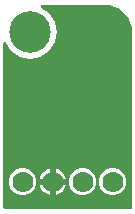
<source format=gbr>
G04 EAGLE Gerber RS-274X export*
G75*
%MOMM*%
%FSLAX34Y34*%
%LPD*%
%INBottom Copper*%
%IPPOS*%
%AMOC8*
5,1,8,0,0,1.08239X$1,22.5*%
G01*
%ADD10C,3.516000*%
%ADD11C,1.778000*%
%ADD12C,0.906400*%

G36*
X110608Y2556D02*
X110608Y2556D01*
X110727Y2563D01*
X110765Y2576D01*
X110806Y2581D01*
X110916Y2624D01*
X111029Y2661D01*
X111064Y2683D01*
X111101Y2698D01*
X111197Y2767D01*
X111298Y2831D01*
X111326Y2861D01*
X111359Y2884D01*
X111435Y2976D01*
X111516Y3063D01*
X111536Y3098D01*
X111561Y3129D01*
X111612Y3237D01*
X111670Y3341D01*
X111680Y3381D01*
X111697Y3417D01*
X111719Y3534D01*
X111749Y3649D01*
X111753Y3709D01*
X111757Y3729D01*
X111755Y3750D01*
X111759Y3810D01*
X111759Y152400D01*
X111757Y152422D01*
X111755Y152500D01*
X111490Y155877D01*
X111476Y155945D01*
X111471Y156014D01*
X111431Y156170D01*
X109344Y162594D01*
X109294Y162701D01*
X109250Y162812D01*
X109217Y162863D01*
X109209Y162882D01*
X109196Y162897D01*
X109164Y162948D01*
X105193Y168412D01*
X105112Y168499D01*
X105036Y168591D01*
X104990Y168629D01*
X104976Y168644D01*
X104958Y168655D01*
X104912Y168693D01*
X99448Y172664D01*
X99344Y172721D01*
X99244Y172785D01*
X99187Y172807D01*
X99169Y172817D01*
X99149Y172822D01*
X99094Y172844D01*
X92670Y174931D01*
X92602Y174944D01*
X92536Y174967D01*
X92377Y174990D01*
X89000Y175255D01*
X88978Y175254D01*
X88900Y175259D01*
X35404Y175259D01*
X35300Y175246D01*
X35196Y175242D01*
X35143Y175226D01*
X35089Y175219D01*
X34992Y175181D01*
X34891Y175151D01*
X34844Y175123D01*
X34793Y175102D01*
X34708Y175041D01*
X34619Y174987D01*
X34580Y174948D01*
X34535Y174916D01*
X34469Y174835D01*
X34396Y174761D01*
X34368Y174713D01*
X34333Y174671D01*
X34288Y174576D01*
X34236Y174486D01*
X34221Y174433D01*
X34197Y174383D01*
X34178Y174280D01*
X34149Y174180D01*
X34148Y174125D01*
X34137Y174071D01*
X34144Y173966D01*
X34141Y173862D01*
X34154Y173808D01*
X34157Y173753D01*
X34189Y173654D01*
X34213Y173552D01*
X34238Y173503D01*
X34255Y173451D01*
X34311Y173362D01*
X34359Y173270D01*
X34396Y173228D01*
X34425Y173182D01*
X34501Y173110D01*
X34571Y173032D01*
X34641Y172979D01*
X34657Y172964D01*
X34670Y172957D01*
X34699Y172935D01*
X41434Y168434D01*
X46350Y161078D01*
X48076Y152400D01*
X46350Y143722D01*
X41434Y136366D01*
X34078Y131450D01*
X25400Y129724D01*
X16722Y131450D01*
X9366Y136366D01*
X4865Y143101D01*
X4797Y143180D01*
X4736Y143265D01*
X4693Y143300D01*
X4657Y143341D01*
X4571Y143401D01*
X4491Y143467D01*
X4441Y143491D01*
X4395Y143522D01*
X4297Y143558D01*
X4203Y143603D01*
X4149Y143613D01*
X4097Y143632D01*
X3993Y143643D01*
X3890Y143663D01*
X3835Y143659D01*
X3781Y143665D01*
X3677Y143649D01*
X3573Y143643D01*
X3521Y143626D01*
X3466Y143618D01*
X3370Y143577D01*
X3271Y143545D01*
X3224Y143515D01*
X3173Y143494D01*
X3090Y143431D01*
X3002Y143375D01*
X2964Y143335D01*
X2920Y143301D01*
X2855Y143219D01*
X2784Y143143D01*
X2757Y143095D01*
X2723Y143052D01*
X2681Y142956D01*
X2630Y142865D01*
X2617Y142811D01*
X2594Y142761D01*
X2577Y142658D01*
X2551Y142557D01*
X2545Y142469D01*
X2542Y142447D01*
X2543Y142432D01*
X2541Y142396D01*
X2541Y3810D01*
X2556Y3692D01*
X2563Y3573D01*
X2576Y3535D01*
X2581Y3494D01*
X2624Y3384D01*
X2661Y3271D01*
X2683Y3236D01*
X2698Y3199D01*
X2767Y3103D01*
X2831Y3002D01*
X2861Y2974D01*
X2884Y2941D01*
X2976Y2865D01*
X3063Y2784D01*
X3098Y2764D01*
X3129Y2739D01*
X3237Y2688D01*
X3341Y2630D01*
X3381Y2620D01*
X3417Y2603D01*
X3534Y2581D01*
X3649Y2551D01*
X3709Y2547D01*
X3729Y2543D01*
X3750Y2545D01*
X3810Y2541D01*
X110490Y2541D01*
X110608Y2556D01*
G37*
%LPC*%
G36*
X92976Y13969D02*
X92976Y13969D01*
X88775Y15709D01*
X85559Y18925D01*
X83819Y23126D01*
X83819Y27674D01*
X85559Y31875D01*
X88775Y35091D01*
X92976Y36831D01*
X97524Y36831D01*
X101725Y35091D01*
X104941Y31875D01*
X106681Y27674D01*
X106681Y23126D01*
X104941Y18925D01*
X101725Y15709D01*
X97524Y13969D01*
X92976Y13969D01*
G37*
%LPD*%
%LPC*%
G36*
X67576Y13969D02*
X67576Y13969D01*
X63375Y15709D01*
X60159Y18925D01*
X58419Y23126D01*
X58419Y27674D01*
X60159Y31875D01*
X63375Y35091D01*
X67576Y36831D01*
X72124Y36831D01*
X76325Y35091D01*
X79541Y31875D01*
X81281Y27674D01*
X81281Y23126D01*
X79541Y18925D01*
X76325Y15709D01*
X72124Y13969D01*
X67576Y13969D01*
G37*
%LPD*%
%LPC*%
G36*
X16776Y13969D02*
X16776Y13969D01*
X12575Y15709D01*
X9359Y18925D01*
X7619Y23126D01*
X7619Y27674D01*
X9359Y31875D01*
X12575Y35091D01*
X16776Y36831D01*
X21324Y36831D01*
X25525Y35091D01*
X28741Y31875D01*
X30481Y27674D01*
X30481Y23126D01*
X28741Y18925D01*
X25525Y15709D01*
X21324Y13969D01*
X16776Y13969D01*
G37*
%LPD*%
%LPC*%
G36*
X46949Y27899D02*
X46949Y27899D01*
X46949Y36577D01*
X47127Y36549D01*
X48838Y35993D01*
X50441Y35177D01*
X51897Y34119D01*
X53169Y32847D01*
X54227Y31391D01*
X55043Y29788D01*
X55599Y28077D01*
X55627Y27899D01*
X46949Y27899D01*
G37*
%LPD*%
%LPC*%
G36*
X33273Y27899D02*
X33273Y27899D01*
X33301Y28077D01*
X33857Y29788D01*
X34673Y31391D01*
X35731Y32847D01*
X37003Y34119D01*
X38459Y35177D01*
X40062Y35993D01*
X41773Y36549D01*
X41951Y36577D01*
X41951Y27899D01*
X33273Y27899D01*
G37*
%LPD*%
%LPC*%
G36*
X46949Y22901D02*
X46949Y22901D01*
X55627Y22901D01*
X55599Y22723D01*
X55043Y21012D01*
X54227Y19409D01*
X53169Y17953D01*
X51897Y16681D01*
X50441Y15623D01*
X48838Y14807D01*
X47127Y14251D01*
X46949Y14223D01*
X46949Y22901D01*
G37*
%LPD*%
%LPC*%
G36*
X41773Y14251D02*
X41773Y14251D01*
X40062Y14807D01*
X38459Y15623D01*
X37003Y16681D01*
X35731Y17953D01*
X34673Y19409D01*
X33857Y21012D01*
X33301Y22723D01*
X33273Y22901D01*
X41951Y22901D01*
X41951Y14223D01*
X41773Y14251D01*
G37*
%LPD*%
D10*
X25400Y152400D03*
D11*
X95250Y25400D03*
X69850Y25400D03*
X44450Y25400D03*
X19050Y25400D03*
D12*
X59690Y53340D03*
X106680Y142240D03*
X54610Y125730D03*
X36830Y125730D03*
X10160Y125730D03*
X55880Y40640D03*
M02*

</source>
